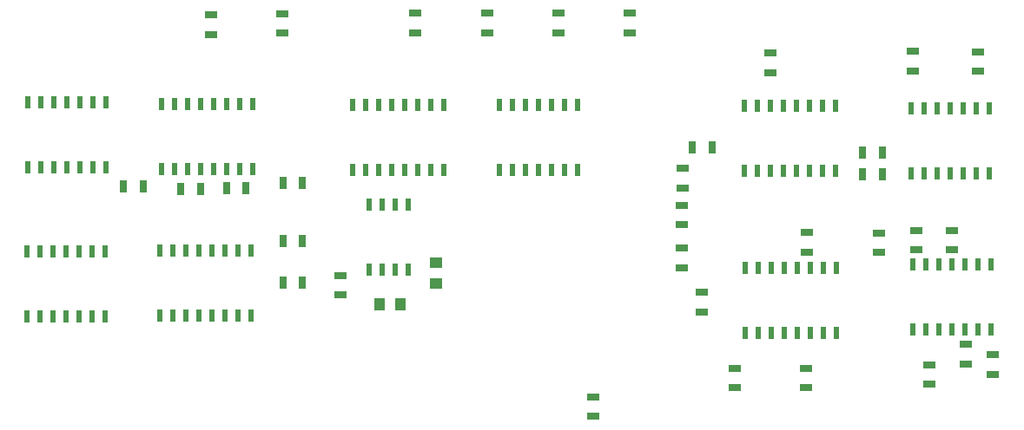
<source format=gbr>
G04 #@! TF.FileFunction,Paste,Bot*
%FSLAX46Y46*%
G04 Gerber Fmt 4.6, Leading zero omitted, Abs format (unit mm)*
G04 Created by KiCad (PCBNEW 4.0.6) date Tue Oct  9 15:10:24 2018*
%MOMM*%
%LPD*%
G01*
G04 APERTURE LIST*
%ADD10C,0.100000*%
%ADD11R,1.250000X1.000000*%
%ADD12R,1.000000X1.250000*%
%ADD13R,1.300000X0.700000*%
%ADD14R,0.700000X1.300000*%
%ADD15R,0.508000X1.143000*%
G04 APERTURE END LIST*
D10*
D11*
X144240000Y-104990000D03*
X144240000Y-106990000D03*
D12*
X138770000Y-109010000D03*
X140770000Y-109010000D03*
D13*
X134900000Y-106210000D03*
X134900000Y-108110000D03*
X173380000Y-115290000D03*
X173380000Y-117190000D03*
X180350000Y-115290000D03*
X180350000Y-117190000D03*
X194550000Y-101820000D03*
X194550000Y-103720000D03*
X191040000Y-101830000D03*
X191040000Y-103730000D03*
X192320000Y-116860000D03*
X192320000Y-114960000D03*
X168250000Y-105440000D03*
X168250000Y-103540000D03*
X195870000Y-114850000D03*
X195870000Y-112950000D03*
X159550000Y-119960000D03*
X159550000Y-118060000D03*
D14*
X187740000Y-94260000D03*
X185840000Y-94260000D03*
X169270000Y-93700000D03*
X171170000Y-93700000D03*
D13*
X168270000Y-95750000D03*
X168270000Y-97650000D03*
X168250000Y-101250000D03*
X168250000Y-99350000D03*
X170160000Y-109760000D03*
X170160000Y-107860000D03*
X180390000Y-103920000D03*
X180390000Y-102020000D03*
X187430000Y-103980000D03*
X187430000Y-102080000D03*
X198530000Y-115860000D03*
X198530000Y-113960000D03*
D14*
X129340000Y-97220000D03*
X131240000Y-97220000D03*
D13*
X176850000Y-84500000D03*
X176850000Y-86400000D03*
X142180000Y-82520000D03*
X142180000Y-80620000D03*
D14*
X129340000Y-106950000D03*
X131240000Y-106950000D03*
X123810000Y-97720000D03*
X125710000Y-97720000D03*
X185840000Y-96350000D03*
X187740000Y-96350000D03*
D13*
X149220000Y-82520000D03*
X149220000Y-80620000D03*
D14*
X129340000Y-102870000D03*
X131240000Y-102870000D03*
X115680000Y-97500000D03*
X113780000Y-97500000D03*
D13*
X190710000Y-86250000D03*
X190710000Y-84350000D03*
X156170000Y-82520000D03*
X156170000Y-80620000D03*
X122290000Y-82670000D03*
X122290000Y-80770000D03*
D14*
X121280000Y-97760000D03*
X119380000Y-97760000D03*
D13*
X197090000Y-84390000D03*
X197090000Y-86290000D03*
X163170000Y-82520000D03*
X163170000Y-80620000D03*
X129260000Y-82560000D03*
X129260000Y-80660000D03*
D15*
X145025000Y-89555000D03*
X142485000Y-89555000D03*
X141215000Y-89555000D03*
X139945000Y-89555000D03*
X138675000Y-89555000D03*
X137405000Y-89555000D03*
X136135000Y-89555000D03*
X136135000Y-95905000D03*
X137405000Y-95905000D03*
X138675000Y-95905000D03*
X139945000Y-95905000D03*
X141215000Y-95905000D03*
X142485000Y-95905000D03*
X143755000Y-95905000D03*
X145025000Y-95905000D03*
X143755000Y-89555000D03*
X137745000Y-105645000D03*
X139015000Y-105645000D03*
X140285000Y-105645000D03*
X141555000Y-105645000D03*
X141555000Y-99295000D03*
X140285000Y-99295000D03*
X139015000Y-99295000D03*
X137745000Y-99295000D03*
X183275000Y-105445000D03*
X180735000Y-105445000D03*
X179465000Y-105445000D03*
X178195000Y-105445000D03*
X176925000Y-105445000D03*
X175655000Y-105445000D03*
X174385000Y-105445000D03*
X174385000Y-111795000D03*
X175655000Y-111795000D03*
X176925000Y-111795000D03*
X178195000Y-111795000D03*
X179465000Y-111795000D03*
X180735000Y-111795000D03*
X182005000Y-111795000D03*
X183275000Y-111795000D03*
X182005000Y-105445000D03*
X183235000Y-89635000D03*
X180695000Y-89635000D03*
X179425000Y-89635000D03*
X178155000Y-89635000D03*
X176885000Y-89635000D03*
X175615000Y-89635000D03*
X174345000Y-89635000D03*
X174345000Y-95985000D03*
X175615000Y-95985000D03*
X176885000Y-95985000D03*
X178155000Y-95985000D03*
X179425000Y-95985000D03*
X180695000Y-95985000D03*
X181965000Y-95985000D03*
X183235000Y-95985000D03*
X181965000Y-89635000D03*
X126355000Y-89515000D03*
X123815000Y-89515000D03*
X122545000Y-89515000D03*
X121275000Y-89515000D03*
X120005000Y-89515000D03*
X118735000Y-89515000D03*
X117465000Y-89515000D03*
X117465000Y-95865000D03*
X118735000Y-95865000D03*
X120005000Y-95865000D03*
X121275000Y-95865000D03*
X122545000Y-95865000D03*
X123815000Y-95865000D03*
X125085000Y-95865000D03*
X126355000Y-95865000D03*
X125085000Y-89515000D03*
X126195000Y-103805000D03*
X123655000Y-103805000D03*
X122385000Y-103805000D03*
X121115000Y-103805000D03*
X119845000Y-103805000D03*
X118575000Y-103805000D03*
X117305000Y-103805000D03*
X117305000Y-110155000D03*
X118575000Y-110155000D03*
X119845000Y-110155000D03*
X121115000Y-110155000D03*
X122385000Y-110155000D03*
X123655000Y-110155000D03*
X124925000Y-110155000D03*
X126195000Y-110155000D03*
X124925000Y-103805000D03*
X198170000Y-96272000D03*
X196900000Y-96272000D03*
X195630000Y-96272000D03*
X194360000Y-96272000D03*
X193090000Y-96272000D03*
X191820000Y-96272000D03*
X190550000Y-96272000D03*
X190550000Y-89922000D03*
X191820000Y-89922000D03*
X194360000Y-89922000D03*
X195630000Y-89922000D03*
X196900000Y-89922000D03*
X198170000Y-89922000D03*
X193090000Y-89922000D03*
X198370000Y-111502000D03*
X197100000Y-111502000D03*
X195830000Y-111502000D03*
X194560000Y-111502000D03*
X193290000Y-111502000D03*
X192020000Y-111502000D03*
X190750000Y-111502000D03*
X190750000Y-105152000D03*
X192020000Y-105152000D03*
X194560000Y-105152000D03*
X195830000Y-105152000D03*
X197100000Y-105152000D03*
X198370000Y-105152000D03*
X193290000Y-105152000D03*
X158050000Y-95882000D03*
X156780000Y-95882000D03*
X155510000Y-95882000D03*
X154240000Y-95882000D03*
X152970000Y-95882000D03*
X151700000Y-95882000D03*
X150430000Y-95882000D03*
X150430000Y-89532000D03*
X151700000Y-89532000D03*
X154240000Y-89532000D03*
X155510000Y-89532000D03*
X156780000Y-89532000D03*
X158050000Y-89532000D03*
X152970000Y-89532000D03*
X112110000Y-95692000D03*
X110840000Y-95692000D03*
X109570000Y-95692000D03*
X108300000Y-95692000D03*
X107030000Y-95692000D03*
X105760000Y-95692000D03*
X104490000Y-95692000D03*
X104490000Y-89342000D03*
X105760000Y-89342000D03*
X108300000Y-89342000D03*
X109570000Y-89342000D03*
X110840000Y-89342000D03*
X112110000Y-89342000D03*
X107030000Y-89342000D03*
X112000000Y-110242000D03*
X110730000Y-110242000D03*
X109460000Y-110242000D03*
X108190000Y-110242000D03*
X106920000Y-110242000D03*
X105650000Y-110242000D03*
X104380000Y-110242000D03*
X104380000Y-103892000D03*
X105650000Y-103892000D03*
X108190000Y-103892000D03*
X109460000Y-103892000D03*
X110730000Y-103892000D03*
X112000000Y-103892000D03*
X106920000Y-103892000D03*
M02*

</source>
